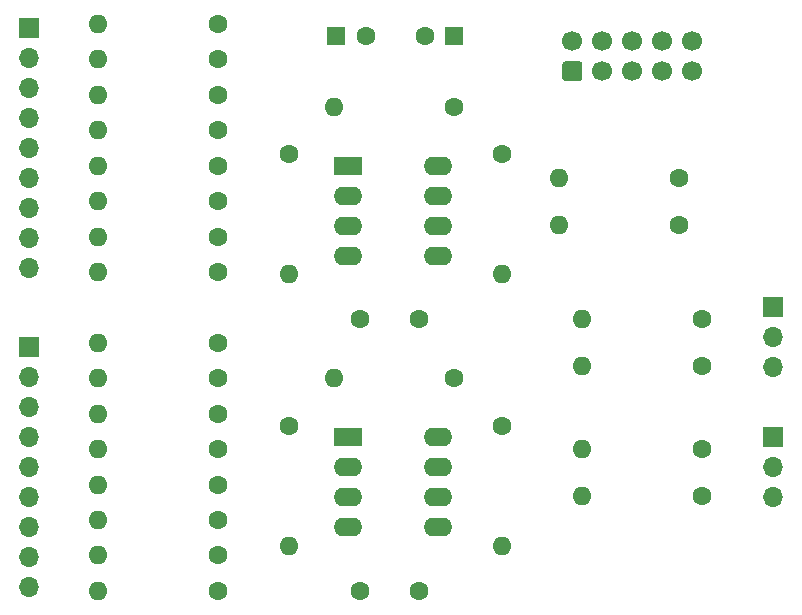
<source format=gbr>
%TF.GenerationSoftware,KiCad,Pcbnew,5.1.8-db9833491~88~ubuntu16.04.1*%
%TF.CreationDate,2021-01-19T23:32:47+01:00*%
%TF.ProjectId,dual-mixer,6475616c-2d6d-4697-9865-722e6b696361,rev?*%
%TF.SameCoordinates,Original*%
%TF.FileFunction,Soldermask,Bot*%
%TF.FilePolarity,Negative*%
%FSLAX46Y46*%
G04 Gerber Fmt 4.6, Leading zero omitted, Abs format (unit mm)*
G04 Created by KiCad (PCBNEW 5.1.8-db9833491~88~ubuntu16.04.1) date 2021-01-19 23:32:47*
%MOMM*%
%LPD*%
G01*
G04 APERTURE LIST*
%ADD10O,2.400000X1.600000*%
%ADD11R,2.400000X1.600000*%
%ADD12C,1.600000*%
%ADD13R,1.600000X1.600000*%
%ADD14O,1.600000X1.600000*%
%ADD15O,1.700000X1.700000*%
%ADD16R,1.700000X1.700000*%
%ADD17C,1.700000*%
G04 APERTURE END LIST*
D10*
%TO.C,U2*%
X126620000Y-71000000D03*
X119000000Y-78620000D03*
X126620000Y-73540000D03*
X119000000Y-76080000D03*
X126620000Y-76080000D03*
X119000000Y-73540000D03*
X126620000Y-78620000D03*
D11*
X119000000Y-71000000D03*
%TD*%
D12*
%TO.C,C4*%
X120000000Y-84000000D03*
X125000000Y-84000000D03*
%TD*%
%TO.C,C3*%
X120000000Y-107000000D03*
X125000000Y-107000000D03*
%TD*%
%TO.C,C2*%
X120500000Y-60000000D03*
D13*
X118000000Y-60000000D03*
%TD*%
D12*
%TO.C,C1*%
X125500000Y-60000000D03*
D13*
X128000000Y-60000000D03*
%TD*%
D14*
%TO.C,FB2*%
X136840000Y-76000000D03*
D12*
X147000000Y-76000000D03*
%TD*%
D14*
%TO.C,FB1*%
X136840000Y-72000000D03*
D12*
X147000000Y-72000000D03*
%TD*%
D15*
%TO.C,OUT_A1*%
X155000000Y-99080000D03*
X155000000Y-96540000D03*
D16*
X155000000Y-94000000D03*
%TD*%
D15*
%TO.C,OUT_B1*%
X155000000Y-88080000D03*
X155000000Y-85540000D03*
D16*
X155000000Y-83000000D03*
%TD*%
D15*
%TO.C,IN_A1*%
X92000000Y-106700000D03*
X92000000Y-104160000D03*
X92000000Y-101620000D03*
X92000000Y-99080000D03*
X92000000Y-96540000D03*
X92000000Y-94000000D03*
X92000000Y-91460000D03*
X92000000Y-88920000D03*
D16*
X92000000Y-86380000D03*
%TD*%
D15*
%TO.C,IN_B1*%
X92000000Y-79700000D03*
X92000000Y-77160000D03*
X92000000Y-74620000D03*
X92000000Y-72080000D03*
X92000000Y-69540000D03*
X92000000Y-67000000D03*
X92000000Y-64460000D03*
X92000000Y-61920000D03*
D16*
X92000000Y-59380000D03*
%TD*%
D10*
%TO.C,U1*%
X126620000Y-94000000D03*
X119000000Y-101620000D03*
X126620000Y-96540000D03*
X119000000Y-99080000D03*
X126620000Y-99080000D03*
X119000000Y-96540000D03*
X126620000Y-101620000D03*
D11*
X119000000Y-94000000D03*
%TD*%
D14*
%TO.C,R26*%
X138840000Y-99000000D03*
D12*
X149000000Y-99000000D03*
%TD*%
D14*
%TO.C,R25*%
X138840000Y-95000000D03*
D12*
X149000000Y-95000000D03*
%TD*%
D14*
%TO.C,R24*%
X138840000Y-88000000D03*
D12*
X149000000Y-88000000D03*
%TD*%
D14*
%TO.C,R23*%
X138840000Y-84000000D03*
D12*
X149000000Y-84000000D03*
%TD*%
D14*
%TO.C,R22*%
X132000000Y-103160000D03*
D12*
X132000000Y-93000000D03*
%TD*%
D14*
%TO.C,R21*%
X132000000Y-80160000D03*
D12*
X132000000Y-70000000D03*
%TD*%
D14*
%TO.C,R20*%
X117840000Y-89000000D03*
D12*
X128000000Y-89000000D03*
%TD*%
D14*
%TO.C,R19*%
X117840000Y-66000000D03*
D12*
X128000000Y-66000000D03*
%TD*%
D14*
%TO.C,R18*%
X114000000Y-103160000D03*
D12*
X114000000Y-93000000D03*
%TD*%
D14*
%TO.C,R17*%
X114000000Y-80160000D03*
D12*
X114000000Y-70000000D03*
%TD*%
D14*
%TO.C,R16*%
X97840000Y-86000000D03*
D12*
X108000000Y-86000000D03*
%TD*%
D14*
%TO.C,R15*%
X97840000Y-89000000D03*
D12*
X108000000Y-89000000D03*
%TD*%
D14*
%TO.C,R14*%
X97840000Y-92000000D03*
D12*
X108000000Y-92000000D03*
%TD*%
D14*
%TO.C,R13*%
X97840000Y-95000000D03*
D12*
X108000000Y-95000000D03*
%TD*%
D14*
%TO.C,R12*%
X97840000Y-98000000D03*
D12*
X108000000Y-98000000D03*
%TD*%
D14*
%TO.C,R11*%
X97840000Y-101000000D03*
D12*
X108000000Y-101000000D03*
%TD*%
D14*
%TO.C,R10*%
X97840000Y-104000000D03*
D12*
X108000000Y-104000000D03*
%TD*%
D14*
%TO.C,R9*%
X97840000Y-107000000D03*
D12*
X108000000Y-107000000D03*
%TD*%
D14*
%TO.C,R8*%
X97840000Y-59000000D03*
D12*
X108000000Y-59000000D03*
%TD*%
D14*
%TO.C,R7*%
X97840000Y-62000000D03*
D12*
X108000000Y-62000000D03*
%TD*%
D14*
%TO.C,R6*%
X97840000Y-65000000D03*
D12*
X108000000Y-65000000D03*
%TD*%
D14*
%TO.C,R5*%
X97840000Y-68000000D03*
D12*
X108000000Y-68000000D03*
%TD*%
D14*
%TO.C,R4*%
X97840000Y-71000000D03*
D12*
X108000000Y-71000000D03*
%TD*%
D14*
%TO.C,R3*%
X97840000Y-74000000D03*
D12*
X108000000Y-74000000D03*
%TD*%
D14*
%TO.C,R2*%
X97840000Y-77000000D03*
D12*
X108000000Y-77000000D03*
%TD*%
D14*
%TO.C,R1*%
X97840000Y-80000000D03*
D12*
X108000000Y-80000000D03*
%TD*%
D17*
%TO.C,POWER1*%
X148160000Y-60460000D03*
X145620000Y-60460000D03*
X143080000Y-60460000D03*
X140540000Y-60460000D03*
X138000000Y-60460000D03*
X148160000Y-63000000D03*
X145620000Y-63000000D03*
X143080000Y-63000000D03*
X140540000Y-63000000D03*
G36*
G01*
X138600000Y-63850000D02*
X137400000Y-63850000D01*
G75*
G02*
X137150000Y-63600000I0J250000D01*
G01*
X137150000Y-62400000D01*
G75*
G02*
X137400000Y-62150000I250000J0D01*
G01*
X138600000Y-62150000D01*
G75*
G02*
X138850000Y-62400000I0J-250000D01*
G01*
X138850000Y-63600000D01*
G75*
G02*
X138600000Y-63850000I-250000J0D01*
G01*
G37*
%TD*%
M02*

</source>
